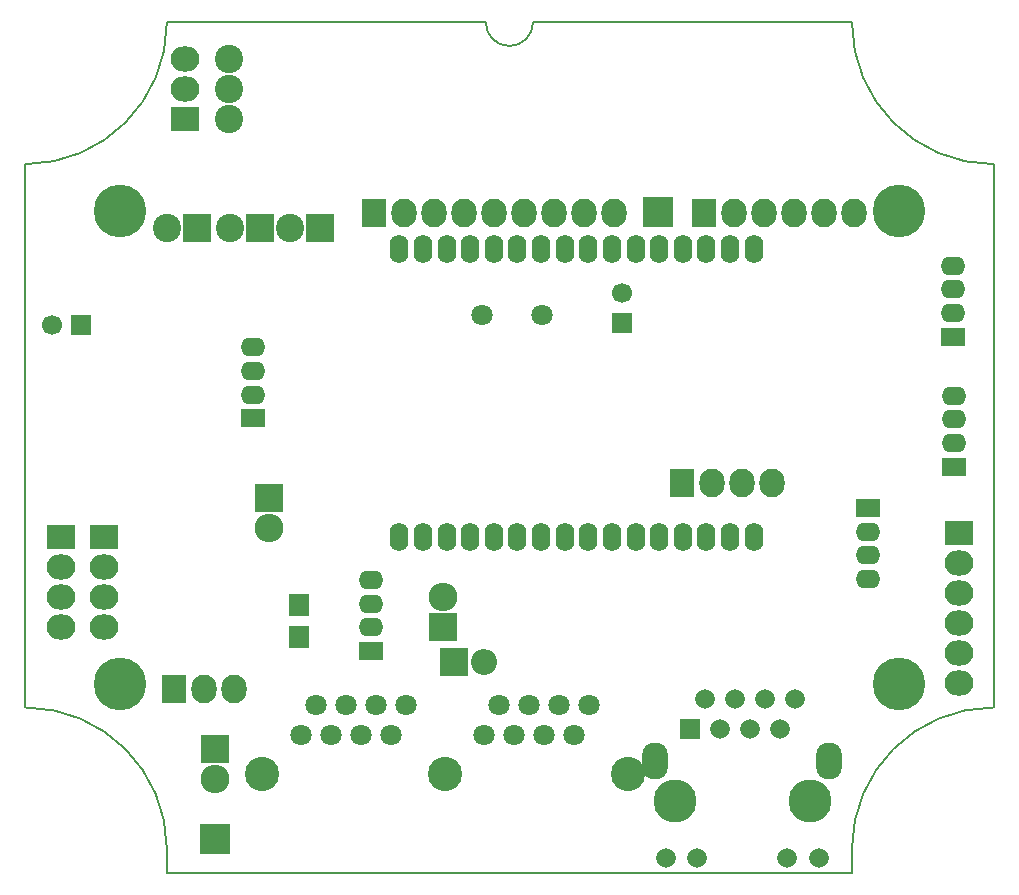
<source format=gbs>
G04 #@! TF.FileFunction,Soldermask,Bot*
%FSLAX46Y46*%
G04 Gerber Fmt 4.6, Leading zero omitted, Abs format (unit mm)*
G04 Created by KiCad (PCBNEW 4.0.2+dfsg1-stable) date Do 22 Nov 2018 17:57:24 CET*
%MOMM*%
G01*
G04 APERTURE LIST*
%ADD10C,0.100000*%
%ADD11C,0.150000*%
%ADD12O,1.600000X2.400000*%
%ADD13R,1.670000X1.670000*%
%ADD14C,1.670000*%
%ADD15C,3.650000*%
%ADD16O,2.200000X3.143200*%
%ADD17C,1.800000*%
%ADD18C,2.900000*%
%ADD19C,4.464000*%
%ADD20R,1.700000X1.700000*%
%ADD21C,1.700000*%
%ADD22R,2.400000X2.400000*%
%ADD23C,2.400000*%
%ADD24R,2.127200X2.432000*%
%ADD25O,2.127200X2.432000*%
%ADD26R,2.432000X2.432000*%
%ADD27O,2.432000X2.432000*%
%ADD28R,2.432000X2.127200*%
%ADD29O,2.432000X2.127200*%
%ADD30R,2.099260X1.598880*%
%ADD31O,2.099260X1.598880*%
%ADD32O,2.200000X2.200000*%
%ADD33R,2.635200X2.635200*%
%ADD34R,1.700000X1.900000*%
G04 APERTURE END LIST*
D10*
D11*
X170000000Y-144000000D02*
X170000000Y-146000000D01*
X182000000Y-132000000D02*
G75*
G03X170000000Y-144000000I0J-12000000D01*
G01*
X112000000Y-144000000D02*
X112000000Y-146000000D01*
X160000000Y-74000000D02*
X170000000Y-74000000D01*
X112000000Y-74000000D02*
X139000000Y-74000000D01*
X141000000Y-76000000D02*
G75*
G03X143000000Y-74000000I0J2000000D01*
G01*
X139000000Y-74000000D02*
G75*
G03X141000000Y-76000000I2000000J0D01*
G01*
X143000000Y-74000000D02*
X160000000Y-74000000D01*
X112000000Y-144000000D02*
G75*
G03X100000000Y-132000000I-12000000J0D01*
G01*
X100000000Y-86000000D02*
X100000000Y-132000000D01*
X182000000Y-86000000D02*
X182000000Y-132000000D01*
X112000000Y-146000000D02*
X170000000Y-146000000D01*
X170000000Y-74000000D02*
G75*
G03X182000000Y-86000000I12000000J0D01*
G01*
X100000000Y-86000000D02*
G75*
G03X112000000Y-74000000I0J12000000D01*
G01*
D12*
X161685000Y-117610000D03*
X161685000Y-93210000D03*
X159685000Y-117610000D03*
X159685000Y-93210000D03*
X157685000Y-117610000D03*
X157685000Y-93210000D03*
X155685000Y-117610000D03*
X155685000Y-93210000D03*
X153685000Y-117610000D03*
X153685000Y-93210000D03*
X151685000Y-117610000D03*
X151685000Y-93210000D03*
X149685000Y-117610000D03*
X149685000Y-93210000D03*
X147685000Y-117610000D03*
X147685000Y-93210000D03*
X145685000Y-117610000D03*
X145685000Y-93210000D03*
X143685000Y-117610000D03*
X143685000Y-93210000D03*
X141685000Y-117610000D03*
X141685000Y-93210000D03*
X139685000Y-117610000D03*
X139685000Y-93210000D03*
X137685000Y-117610000D03*
X137685000Y-93210000D03*
X135685000Y-117610000D03*
X135685000Y-93210000D03*
X133685000Y-117610000D03*
X133685000Y-93210000D03*
X131685000Y-117610000D03*
X131685000Y-93210000D03*
D13*
X156273500Y-133858000D03*
D14*
X157543500Y-131318000D03*
X158813500Y-133858000D03*
X160083500Y-131318000D03*
X161353500Y-133858000D03*
X162623500Y-131318000D03*
X163893500Y-133858000D03*
X165163500Y-131318000D03*
X154241500Y-144780000D03*
X156908500Y-144780000D03*
X167195500Y-144780000D03*
X164528500Y-144780000D03*
D15*
X166433500Y-139954000D03*
X155003500Y-139954000D03*
D16*
X153352500Y-136525000D03*
X168084500Y-136525000D03*
D17*
X141351000Y-134312500D03*
X138811000Y-134312500D03*
X140081000Y-131772500D03*
X142621000Y-131772500D03*
X143891000Y-134312500D03*
X145161000Y-131772500D03*
X146431000Y-134312500D03*
X147701000Y-131772500D03*
D18*
X151006000Y-137602500D03*
D19*
X108000000Y-130000000D03*
X174000000Y-130000000D03*
X174000000Y-90000000D03*
X108000000Y-90000000D03*
D20*
X150495000Y-99441000D03*
D21*
X150495000Y-96941000D03*
D22*
X114554000Y-91440000D03*
D23*
X112014000Y-91440000D03*
D22*
X119888000Y-91440000D03*
D23*
X117348000Y-91440000D03*
D22*
X124968000Y-91440000D03*
D23*
X122428000Y-91440000D03*
D17*
X125857000Y-134312500D03*
X123317000Y-134312500D03*
X124587000Y-131772500D03*
X127127000Y-131772500D03*
X128397000Y-134312500D03*
X129667000Y-131772500D03*
X130937000Y-134312500D03*
X132207000Y-131772500D03*
D18*
X120012000Y-137602500D03*
X135512000Y-137602500D03*
D24*
X157480000Y-90170000D03*
D25*
X160020000Y-90170000D03*
X162560000Y-90170000D03*
X165100000Y-90170000D03*
X167640000Y-90170000D03*
X170180000Y-90170000D03*
D24*
X129540000Y-90170000D03*
D25*
X132080000Y-90170000D03*
X134620000Y-90170000D03*
X137160000Y-90170000D03*
X139700000Y-90170000D03*
X142240000Y-90170000D03*
X144780000Y-90170000D03*
X147320000Y-90170000D03*
X149860000Y-90170000D03*
D26*
X135382000Y-125222000D03*
D27*
X135382000Y-122682000D03*
D28*
X179095400Y-117246400D03*
D29*
X179095400Y-119786400D03*
X179095400Y-122326400D03*
X179095400Y-124866400D03*
X179095400Y-127406400D03*
X179095400Y-129946400D03*
D26*
X120650000Y-114300000D03*
D27*
X120650000Y-116840000D03*
D28*
X113538000Y-82169000D03*
D29*
X113538000Y-79629000D03*
X113538000Y-77089000D03*
D17*
X138684000Y-98806000D03*
X143764000Y-98806000D03*
D30*
X178562000Y-100614480D03*
D31*
X178562000Y-96611440D03*
X178562000Y-98612960D03*
X178562000Y-94612460D03*
D30*
X178612800Y-111612680D03*
D31*
X178612800Y-107609640D03*
X178612800Y-109611160D03*
X178612800Y-105610660D03*
D30*
X129270000Y-127212280D03*
D31*
X129270000Y-123209240D03*
X129270000Y-125210760D03*
X129270000Y-121210260D03*
D30*
X171323000Y-115122960D03*
D31*
X171323000Y-119126000D03*
X171323000Y-117124480D03*
X171323000Y-121124980D03*
D28*
X102997000Y-117602000D03*
D29*
X102997000Y-120142000D03*
X102997000Y-122682000D03*
X102997000Y-125222000D03*
D28*
X106680000Y-117602000D03*
D29*
X106680000Y-120142000D03*
X106680000Y-122682000D03*
X106680000Y-125222000D03*
D20*
X104749600Y-99618800D03*
D21*
X102249600Y-99618800D03*
D23*
X117221000Y-82169000D03*
X117221000Y-79629000D03*
X117221000Y-77089000D03*
D24*
X112610000Y-130450000D03*
D25*
X115150000Y-130450000D03*
X117690000Y-130450000D03*
D26*
X136300000Y-128150000D03*
D32*
X138840000Y-128150000D03*
D26*
X116078000Y-135509000D03*
D27*
X116078000Y-138049000D03*
D33*
X116078000Y-143129000D03*
X153543000Y-90043000D03*
D24*
X155638500Y-112966500D03*
D25*
X158178500Y-112966500D03*
X160718500Y-112966500D03*
X163258500Y-112966500D03*
D30*
X119253000Y-107523280D03*
D31*
X119253000Y-103520240D03*
X119253000Y-105521760D03*
X119253000Y-101521260D03*
D34*
X123190000Y-126064000D03*
X123190000Y-123364000D03*
M02*

</source>
